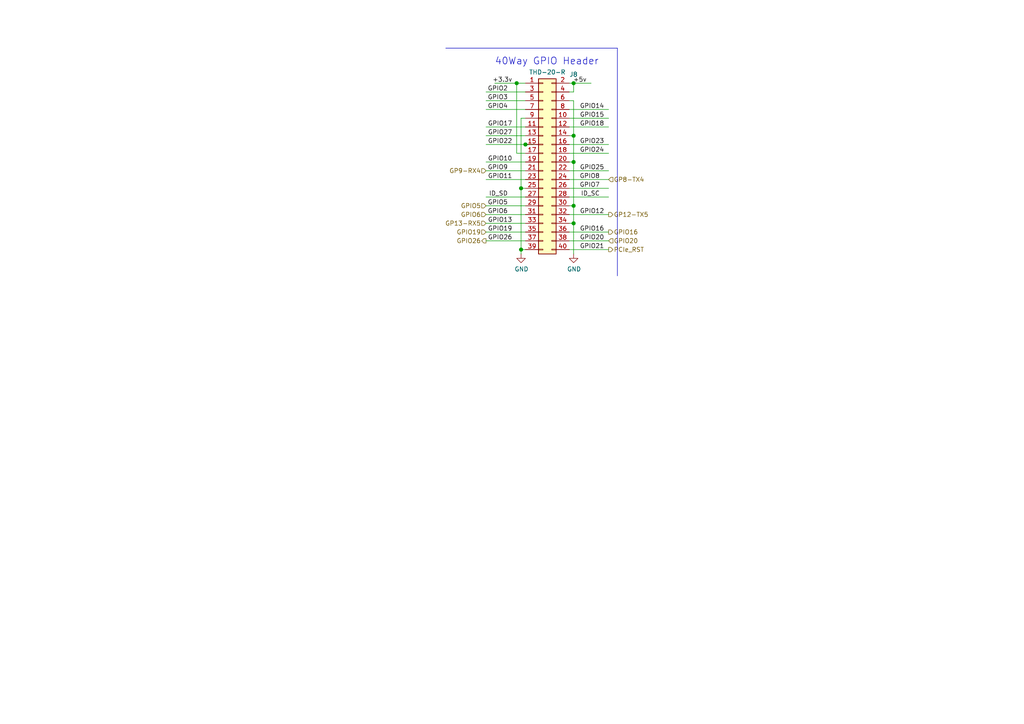
<source format=kicad_sch>
(kicad_sch (version 20211123) (generator eeschema)
  (paper "A4")
  (title_block (title "Compute Module 4 IO Board - GPIO - Ethernet") (rev "1") (company "(c) Raspberry Pi Trading 2020") (comment 1 "www.raspberrypi.org"))
  (lib_symbols
    (symbol "Connector_Generic:Conn_02x20_Odd_Even" (pin_names hide)
      (property "Reference" "J" (at 1.27 25.4 0))
      (property "Value" "Conn_02x20_Odd_Even" (at 1.27 -27.94 0))
      (symbol "Conn_02x20_Odd_Even_1_1"
        (rectangle (start -1.27 -25.273) (end 0 -25.527))
        (rectangle (start -1.27 -22.733) (end 0 -22.987))
        (rectangle (start -1.27 -20.193) (end 0 -20.447))
        (rectangle (start -1.27 -17.653) (end 0 -17.907))
        (rectangle (start -1.27 -15.113) (end 0 -15.367))
        (rectangle (start -1.27 -12.573) (end 0 -12.827))
        (rectangle (start -1.27 -10.033) (end 0 -10.287))
        (rectangle (start -1.27 -7.493) (end 0 -7.747))
        (rectangle (start -1.27 -4.953) (end 0 -5.207))
        (rectangle (start -1.27 -2.413) (end 0 -2.667))
        (rectangle (start -1.27 0.127) (end 0 -0.127))
        (rectangle (start -1.27 2.667) (end 0 2.413))
        (rectangle (start -1.27 5.207) (end 0 4.953))
        (rectangle (start -1.27 7.747) (end 0 7.493))
        (rectangle (start -1.27 10.287) (end 0 10.033))
        (rectangle (start -1.27 12.827) (end 0 12.573))
        (rectangle (start -1.27 15.367) (end 0 15.113))
        (rectangle (start -1.27 17.907) (end 0 17.653))
        (rectangle (start -1.27 20.447) (end 0 20.193))
        (rectangle (start -1.27 22.987) (end 0 22.733))
        (rectangle (start -1.27 24.13) (end 3.81 -26.67) (stroke (width 0.254)) (fill (type background)))
        (rectangle (start 3.81 -25.273) (end 2.54 -25.527))
        (rectangle (start 3.81 -22.733) (end 2.54 -22.987))
        (rectangle (start 3.81 -20.193) (end 2.54 -20.447))
        (rectangle (start 3.81 -17.653) (end 2.54 -17.907))
        (rectangle (start 3.81 -15.113) (end 2.54 -15.367))
        (rectangle (start 3.81 -12.573) (end 2.54 -12.827))
        (rectangle (start 3.81 -10.033) (end 2.54 -10.287))
        (rectangle (start 3.81 -7.493) (end 2.54 -7.747))
        (rectangle (start 3.81 -4.953) (end 2.54 -5.207))
        (rectangle (start 3.81 -2.413) (end 2.54 -2.667))
        (rectangle (start 3.81 0.127) (end 2.54 -0.127))
        (rectangle (start 3.81 2.667) (end 2.54 2.413))
        (rectangle (start 3.81 5.207) (end 2.54 4.953))
        (rectangle (start 3.81 7.747) (end 2.54 7.493))
        (rectangle (start 3.81 10.287) (end 2.54 10.033))
        (rectangle (start 3.81 12.827) (end 2.54 12.573))
        (rectangle (start 3.81 15.367) (end 2.54 15.113))
        (rectangle (start 3.81 17.907) (end 2.54 17.653))
        (rectangle (start 3.81 20.447) (end 2.54 20.193))
        (rectangle (start 3.81 22.987) (end 2.54 22.733))
        (pin passive line (at -5.08 22.86 0) (length 3.81) (name "Pin_1") (number "1"))
        (pin passive line (at 7.62 12.7 180) (length 3.81) (name "Pin_10") (number "10"))
        (pin passive line (at -5.08 10.16 0) (length 3.81) (name "Pin_11") (number "11"))
        (pin passive line (at 7.62 10.16 180) (length 3.81) (name "Pin_12") (number "12"))
        (pin passive line (at -5.08 7.62 0) (length 3.81) (name "Pin_13") (number "13"))
        (pin passive line (at 7.62 7.62 180) (length 3.81) (name "Pin_14") (number "14"))
        (pin passive line (at -5.08 5.08 0) (length 3.81) (name "Pin_15") (number "15"))
        (pin passive line (at 7.62 5.08 180) (length 3.81) (name "Pin_16") (number "16"))
        (pin passive line (at -5.08 2.54 0) (length 3.81) (name "Pin_17") (number "17"))
        (pin passive line (at 7.62 2.54 180) (length 3.81) (name "Pin_18") (number "18"))
        (pin passive line (at -5.08 0 0) (length 3.81) (name "Pin_19") (number "19"))
        (pin passive line (at 7.62 22.86 180) (length 3.81) (name "Pin_2") (number "2"))
        (pin passive line (at 7.62 0 180) (length 3.81) (name "Pin_20") (number "20"))
        (pin passive line (at -5.08 -2.54 0) (length 3.81) (name "Pin_21") (number "21"))
        (pin passive line (at 7.62 -2.54 180) (length 3.81) (name "Pin_22") (number "22"))
        (pin passive line (at -5.08 -5.08 0) (length 3.81) (name "Pin_23") (number "23"))
        (pin passive line (at 7.62 -5.08 180) (length 3.81) (name "Pin_24") (number "24"))
        (pin passive line (at -5.08 -7.62 0) (length 3.81) (name "Pin_25") (number "25"))
        (pin passive line (at 7.62 -7.62 180) (length 3.81) (name "Pin_26") (number "26"))
        (pin passive line (at -5.08 -10.16 0) (length 3.81) (name "Pin_27") (number "27"))
        (pin passive line (at 7.62 -10.16 180) (length 3.81) (name "Pin_28") (number "28"))
        (pin passive line (at -5.08 -12.7 0) (length 3.81) (name "Pin_29") (number "29"))
        (pin passive line (at -5.08 20.32 0) (length 3.81) (name "Pin_3") (number "3"))
        (pin passive line (at 7.62 -12.7 180) (length 3.81) (name "Pin_30") (number "30"))
        (pin passive line (at -5.08 -15.24 0) (length 3.81) (name "Pin_31") (number "31"))
        (pin passive line (at 7.62 -15.24 180) (length 3.81) (name "Pin_32") (number "32"))
        (pin passive line (at -5.08 -17.78 0) (length 3.81) (name "Pin_33") (number "33"))
        (pin passive line (at 7.62 -17.78 180) (length 3.81) (name "Pin_34") (number "34"))
        (pin passive line (at -5.08 -20.32 0) (length 3.81) (name "Pin_35") (number "35"))
        (pin passive line (at 7.62 -20.32 180) (length 3.81) (name "Pin_36") (number "36"))
        (pin passive line (at -5.08 -22.86 0) (length 3.81) (name "Pin_37") (number "37"))
        (pin passive line (at 7.62 -22.86 180) (length 3.81) (name "Pin_38") (number "38"))
        (pin passive line (at -5.08 -25.4 0) (length 3.81) (name "Pin_39") (number "39"))
        (pin passive line (at 7.62 20.32 180) (length 3.81) (name "Pin_4") (number "4"))
        (pin passive line (at 7.62 -25.4 180) (length 3.81) (name "Pin_40") (number "40"))
        (pin passive line (at -5.08 17.78 0) (length 3.81) (name "Pin_5") (number "5"))
        (pin passive line (at 7.62 17.78 180) (length 3.81) (name "Pin_6") (number "6"))
        (pin passive line (at -5.08 15.24 0) (length 3.81) (name "Pin_7") (number "7"))
        (pin passive line (at 7.62 15.24 180) (length 3.81) (name "Pin_8") (number "8"))
        (pin passive line (at -5.08 12.7 0) (length 3.81) (name "Pin_9") (number "9"))
      )
    )
    (symbol "power:GND" (power) (pin_names (offset 0))
      (property "Value" "GND" (at 0 -3.81 0))
      (symbol "GND_0_1"
        (polyline (pts (xy 0 0) (xy 0 -1.27) (xy 1.27 -1.27) (xy 0 -2.54) (xy -1.27 -1.27) (xy 0 -1.27)))
      )
      (symbol "GND_1_1"
        (pin power_in line (at 0 0 270) (length 0) hide (name "GND") (number "1"))
      )
    )
  )
  (junction (at 151.13 54.61) (diameter 1.016))
  (junction (at 166.37 59.69) (diameter 1.016))
  (junction (at 166.37 64.77) (diameter 1.016))
  (junction (at 166.37 24.13) (diameter 1.016))
  (junction (at 152.4 41.91) (diameter 1.016))
  (junction (at 166.37 39.37) (diameter 1.016))
  (junction (at 166.37 46.99) (diameter 1.016))
  (junction (at 149.86 24.13) (diameter 1.016))
  (junction (at 151.13 72.39) (diameter 1.016))
  (wire (pts (xy 152.4 24.13) (xy 149.86 24.13)))
  (wire (pts (xy 140.97 29.21) (xy 152.4 29.21)))
  (wire (pts (xy 165.1 52.07) (xy 176.53 52.07)))
  (wire (pts (xy 165.1 36.83) (xy 176.53 36.83)))
  (wire (pts (xy 165.1 54.61) (xy 176.53 54.61)))
  (wire (pts (xy 152.4 34.29) (xy 151.13 34.29)))
  (wire (pts (xy 151.13 54.61) (xy 152.4 54.61)))
  (wire (pts (xy 140.97 46.99) (xy 152.4 46.99)))
  (wire (pts (xy 151.13 72.39) (xy 151.13 73.66)))
  (wire (pts (xy 166.37 29.21) (xy 166.37 39.37)))
  (wire (pts (xy 165.1 41.91) (xy 176.53 41.91)))
  (wire (pts (xy 149.86 44.45) (xy 152.4 44.45)))
  (wire (pts (xy 140.97 41.91) (xy 152.4 41.91)))
  (wire (pts (xy 166.37 39.37) (xy 165.1 39.37)))
  (wire (pts (xy 151.13 34.29) (xy 151.13 54.61)))
  (wire (pts (xy 154.94 41.91) (xy 152.4 41.91)))
  (wire (pts (xy 140.97 64.77) (xy 152.4 64.77)))
  (wire (pts (xy 166.37 26.67) (xy 166.37 24.13)))
  (wire (pts (xy 140.97 52.07) (xy 152.4 52.07)))
  (wire (pts (xy 166.37 59.69) (xy 166.37 46.99)))
  (wire (pts (xy 140.97 62.23) (xy 152.4 62.23)))
  (polyline (pts (xy 179.07 13.97) (xy 179.07 80.01)) (stroke (width 0) (type solid)))
  (wire (pts (xy 165.1 64.77) (xy 166.37 64.77)))
  (wire (pts (xy 166.37 64.77) (xy 166.37 73.66)))
  (polyline (pts (xy 179.07 13.97) (xy 129.286 13.97)) (stroke (width 0) (type solid)))
  (wire (pts (xy 166.37 39.37) (xy 166.37 46.99)))
  (wire (pts (xy 143.51 24.13) (xy 149.86 24.13)))
  (wire (pts (xy 140.97 59.69) (xy 152.4 59.69)))
  (wire (pts (xy 140.97 67.31) (xy 152.4 67.31)))
  (wire (pts (xy 165.1 31.75) (xy 176.53 31.75)))
  (wire (pts (xy 165.1 62.23) (xy 176.53 62.23)))
  (wire (pts (xy 140.97 39.37) (xy 152.4 39.37)))
  (wire (pts (xy 165.1 67.31) (xy 176.53 67.31)))
  (wire (pts (xy 140.97 36.83) (xy 152.4 36.83)))
  (wire (pts (xy 165.1 44.45) (xy 176.53 44.45)))
  (wire (pts (xy 151.13 72.39) (xy 152.4 72.39)))
  (wire (pts (xy 149.86 24.13) (xy 149.86 44.45)))
  (wire (pts (xy 166.37 64.77) (xy 166.37 59.69)))
  (wire (pts (xy 165.1 69.85) (xy 176.53 69.85)))
  (wire (pts (xy 165.1 26.67) (xy 166.37 26.67)))
  (wire (pts (xy 165.1 59.69) (xy 166.37 59.69)))
  (wire (pts (xy 165.1 34.29) (xy 176.53 34.29)))
  (wire (pts (xy 140.97 57.15) (xy 152.4 57.15)))
  (wire (pts (xy 140.97 26.67) (xy 152.4 26.67)))
  (wire (pts (xy 140.97 31.75) (xy 152.4 31.75)))
  (wire (pts (xy 166.37 24.13) (xy 171.45 24.13)))
  (wire (pts (xy 165.1 24.13) (xy 166.37 24.13)))
  (wire (pts (xy 165.1 57.15) (xy 176.53 57.15)))
  (wire (pts (xy 165.1 49.53) (xy 176.53 49.53)))
  (wire (pts (xy 140.97 49.53) (xy 152.4 49.53)))
  (wire (pts (xy 165.1 29.21) (xy 166.37 29.21)))
  (wire (pts (xy 151.13 54.61) (xy 151.13 72.39)))
  (wire (pts (xy 166.37 46.99) (xy 165.1 46.99)))
  (wire (pts (xy 140.97 69.85) (xy 152.4 69.85)))
  (wire (pts (xy 165.1 72.39) (xy 176.53 72.39)))
  (text "40Way GPIO Header" (at 143.51 19.05 0) (effects (font (size 2.007 2.007)) (justify left bottom)))
  (label "GPIO13" (at 148.59 64.77 180))
  (label "GPIO12" (at 175.26 62.23 180))
  (label "GPIO21" (at 175.26 72.39 180))
  (label "ID_SD" (at 147.32 57.15 180))
  (label "GPIO8" (at 173.99 52.07 180))
  (label "ID_SC" (at 173.99 57.15 180))
  (label "GPIO11" (at 148.59 52.07 180))
  (label "+5v" (at 170.18 24.13 180))
  (label "GPIO5" (at 147.32 59.69 180))
  (label "GPIO16" (at 175.26 67.31 180))
  (label "GPIO14" (at 175.26 31.75 180))
  (label "GPIO15" (at 175.26 34.29 180))
  (label "GPIO22" (at 148.59 41.91 180))
  (label "GPIO7" (at 173.99 54.61 180))
  (label "GPIO3" (at 147.32 29.21 180))
  (label "GPIO2" (at 147.32 26.67 180))
  (label "GPIO24" (at 175.26 44.45 180))
  (label "GPIO9" (at 147.32 49.53 180))
  (label "GPIO20" (at 175.26 69.85 180))
  (label "+3.3v" (at 148.59 24.13 180))
  (label "GPIO23" (at 175.26 41.91 180))
  (label "GPIO17" (at 148.59 36.83 180))
  (label "GPIO26" (at 148.59 69.85 180))
  (label "GPIO4" (at 147.32 31.75 180))
  (label "GPIO25" (at 175.26 49.53 180))
  (label "GPIO27" (at 148.59 39.37 180))
  (label "GPIO18" (at 175.26 36.83 180))
  (label "GPIO6" (at 147.32 62.23 180))
  (label "GPIO10" (at 148.59 46.99 180))
  (label "GPIO19" (at 148.59 67.31 180))
  (hierarchical_label "GP9-RX4" (shape input) (at 140.97 49.53 180))
  (hierarchical_label "GPIO5" (shape input) (at 140.97 59.69 180))
  (hierarchical_label "PCIe_RST" (shape output) (at 176.53 72.39 0))
  (hierarchical_label "GP8-TX4" (shape input) (at 176.53 52.07 0))
  (hierarchical_label "GPIO26" (shape output) (at 140.97 69.85 180))
  (hierarchical_label "GP13-RX5" (shape input) (at 140.97 64.77 180))
  (hierarchical_label "GPIO16" (shape output) (at 176.53 67.31 0))
  (hierarchical_label "GPIO19" (shape input) (at 140.97 67.31 180))
  (hierarchical_label "GP12-TX5" (shape output) (at 176.53 62.23 0))
  (hierarchical_label "GPIO6" (shape input) (at 140.97 62.23 180))
  (hierarchical_label "GPIO20" (shape input) (at 176.53 69.85 0))
  (symbol (lib_id "Connector_Generic:Conn_02x20_Odd_Even") (at 157.48 46.99 0) (unit 1)
    (property "Reference" "J8" (at 166.37 21.59 0))
    (property "Value" "THD-20-R" (at 158.75 20.9296 0))
    (property "Footprint" "Connector_PinHeader_2.54mm:PinHeader_2x20_P2.54mm_Vertical" (effects hide))
    (property "Datasheet" "https://www.toby.co.uk/uploads/publications/1673.pdf" (effects hide))
    (property "Field4" "Toby" (effects hide))
    (property "Field5" "THD-20-R" (effects hide))
    (property "Field6" "THD-20-R" (effects hide))
    (property "Field7" "Toby" (effects hide))
    (property "Field8" "UCON00511" (effects hide))
    (property "Part Description" "PinHeader_2x20_P2.54mm_Vertical" (effects hide))
  )
  (symbol (lib_id "power:GND") (at 166.37 73.66 0) (unit 1)
    (property "Reference" "#PWR0102" (effects hide))
    (property "Value" "GND" (at 166.497 78.0542 0))
  )
  (symbol (lib_id "power:GND") (at 151.13 73.66 0) (unit 1)
    (property "Reference" "#PWR0103" (effects hide))
    (property "Value" "GND" (at 151.257 78.0542 0))
  )
)
</source>
